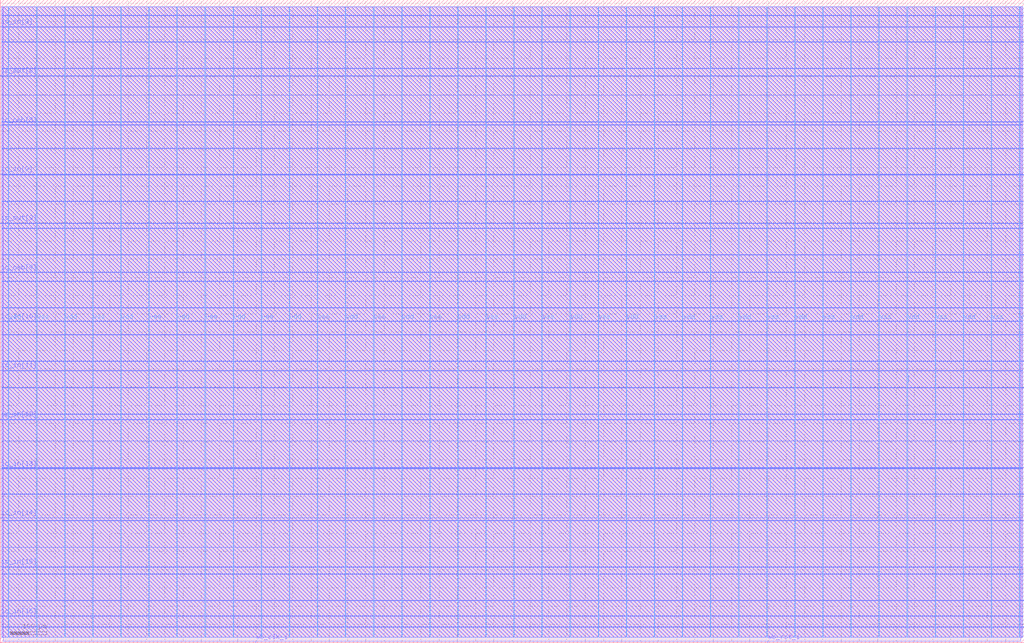
<source format=lef>
VERSION 5.7 ;
  NOWIREEXTENSIONATPIN ON ;
  DIVIDERCHAR "/" ;
  BUSBITCHARS "[]" ;
MACRO user_proj_example
  CLASS BLOCK ;
  FOREIGN user_proj_example ;
  ORIGIN 0.000 0.000 ;
  SIZE 2800.000 BY 1760.000 ;
  PIN io_in[0]
    DIRECTION INPUT ;
    USE SIGNAL ;
    ANTENNAGATEAREA 2.204000 ;
    ANTENNADIFFAREA 0.410400 ;
    PORT
      LAYER Metal3 ;
        RECT 2796.000 42.560 2800.000 43.120 ;
    END
  END io_in[0]
  PIN io_in[10]
    DIRECTION INPUT ;
    USE SIGNAL ;
    ANTENNAGATEAREA 3.555000 ;
    ANTENNADIFFAREA 0.410400 ;
    PORT
      LAYER Metal3 ;
        RECT 0.000 879.200 4.000 879.760 ;
    END
  END io_in[10]
  PIN io_in[11]
    DIRECTION INPUT ;
    USE SIGNAL ;
    ANTENNAGATEAREA 3.555000 ;
    ANTENNADIFFAREA 0.410400 ;
    PORT
      LAYER Metal3 ;
        RECT 0.000 744.800 4.000 745.360 ;
    END
  END io_in[11]
  PIN io_in[12]
    DIRECTION INPUT ;
    USE SIGNAL ;
    ANTENNAGATEAREA 4.408000 ;
    ANTENNADIFFAREA 0.410400 ;
    PORT
      LAYER Metal3 ;
        RECT 0.000 610.400 4.000 610.960 ;
    END
  END io_in[12]
  PIN io_in[13]
    DIRECTION INPUT ;
    USE SIGNAL ;
    ANTENNAGATEAREA 4.408000 ;
    ANTENNADIFFAREA 0.410400 ;
    PORT
      LAYER Metal3 ;
        RECT 0.000 476.000 4.000 476.560 ;
    END
  END io_in[13]
  PIN io_in[14]
    DIRECTION INPUT ;
    USE SIGNAL ;
    ANTENNAGATEAREA 3.555000 ;
    ANTENNADIFFAREA 0.410400 ;
    PORT
      LAYER Metal3 ;
        RECT 0.000 341.600 4.000 342.160 ;
    END
  END io_in[14]
  PIN io_in[15]
    DIRECTION INPUT ;
    USE SIGNAL ;
    ANTENNAGATEAREA 3.555000 ;
    ANTENNADIFFAREA 0.410400 ;
    PORT
      LAYER Metal3 ;
        RECT 0.000 207.200 4.000 207.760 ;
    END
  END io_in[15]
  PIN io_in[16]
    DIRECTION INPUT ;
    USE SIGNAL ;
    ANTENNAGATEAREA 3.555000 ;
    ANTENNADIFFAREA 0.410400 ;
    PORT
      LAYER Metal3 ;
        RECT 0.000 72.800 4.000 73.360 ;
    END
  END io_in[16]
  PIN io_in[1]
    DIRECTION INPUT ;
    USE SIGNAL ;
    ANTENNAGATEAREA 1.183000 ;
    ANTENNADIFFAREA 0.410400 ;
    PORT
      LAYER Metal3 ;
        RECT 2796.000 260.960 2800.000 261.520 ;
    END
  END io_in[1]
  PIN io_in[2]
    DIRECTION INPUT ;
    USE SIGNAL ;
    ANTENNAGATEAREA 1.102000 ;
    ANTENNADIFFAREA 0.410400 ;
    PORT
      LAYER Metal3 ;
        RECT 2796.000 479.360 2800.000 479.920 ;
    END
  END io_in[2]
  PIN io_in[3]
    DIRECTION INPUT ;
    USE SIGNAL ;
    ANTENNAGATEAREA 1.102000 ;
    ANTENNADIFFAREA 0.410400 ;
    PORT
      LAYER Metal3 ;
        RECT 2796.000 697.760 2800.000 698.320 ;
    END
  END io_in[3]
  PIN io_in[4]
    DIRECTION INPUT ;
    USE SIGNAL ;
    ANTENNAGATEAREA 1.102000 ;
    ANTENNADIFFAREA 0.410400 ;
    PORT
      LAYER Metal3 ;
        RECT 2796.000 916.160 2800.000 916.720 ;
    END
  END io_in[4]
  PIN io_in[5]
    DIRECTION INPUT ;
    USE SIGNAL ;
    ANTENNAGATEAREA 1.183000 ;
    ANTENNADIFFAREA 0.410400 ;
    PORT
      LAYER Metal3 ;
        RECT 2796.000 1134.560 2800.000 1135.120 ;
    END
  END io_in[5]
  PIN io_in[6]
    DIRECTION INPUT ;
    USE SIGNAL ;
    ANTENNAGATEAREA 1.102000 ;
    ANTENNADIFFAREA 0.410400 ;
    PORT
      LAYER Metal3 ;
        RECT 2796.000 1352.960 2800.000 1353.520 ;
    END
  END io_in[6]
  PIN io_in[7]
    DIRECTION INPUT ;
    USE SIGNAL ;
    ANTENNAGATEAREA 2.204000 ;
    ANTENNADIFFAREA 0.410400 ;
    PORT
      LAYER Metal3 ;
        RECT 2796.000 1571.360 2800.000 1571.920 ;
    END
  END io_in[7]
  PIN io_in[8]
    DIRECTION INPUT ;
    USE SIGNAL ;
    ANTENNAGATEAREA 6.612000 ;
    ANTENNADIFFAREA 0.410400 ;
    PORT
      LAYER Metal3 ;
        RECT 0.000 1685.600 4.000 1686.160 ;
    END
  END io_in[8]
  PIN io_in[9]
    DIRECTION INPUT ;
    USE SIGNAL ;
    ANTENNAGATEAREA 3.555000 ;
    ANTENNADIFFAREA 0.410400 ;
    PORT
      LAYER Metal3 ;
        RECT 0.000 1282.400 4.000 1282.960 ;
    END
  END io_in[9]
  PIN io_oeb[0]
    DIRECTION OUTPUT TRISTATE ;
    USE SIGNAL ;
    ANTENNADIFFAREA 0.360800 ;
    PORT
      LAYER Metal3 ;
        RECT 2796.000 188.160 2800.000 188.720 ;
    END
  END io_oeb[0]
  PIN io_oeb[1]
    DIRECTION OUTPUT TRISTATE ;
    USE SIGNAL ;
    ANTENNADIFFAREA 0.360800 ;
    PORT
      LAYER Metal3 ;
        RECT 2796.000 406.560 2800.000 407.120 ;
    END
  END io_oeb[1]
  PIN io_oeb[2]
    DIRECTION OUTPUT TRISTATE ;
    USE SIGNAL ;
    ANTENNADIFFAREA 0.360800 ;
    PORT
      LAYER Metal3 ;
        RECT 2796.000 624.960 2800.000 625.520 ;
    END
  END io_oeb[2]
  PIN io_oeb[3]
    DIRECTION OUTPUT TRISTATE ;
    USE SIGNAL ;
    ANTENNADIFFAREA 0.360800 ;
    PORT
      LAYER Metal3 ;
        RECT 2796.000 843.360 2800.000 843.920 ;
    END
  END io_oeb[3]
  PIN io_oeb[4]
    DIRECTION OUTPUT TRISTATE ;
    USE SIGNAL ;
    ANTENNADIFFAREA 0.360800 ;
    PORT
      LAYER Metal3 ;
        RECT 2796.000 1061.760 2800.000 1062.320 ;
    END
  END io_oeb[4]
  PIN io_oeb[5]
    DIRECTION OUTPUT TRISTATE ;
    USE SIGNAL ;
    ANTENNADIFFAREA 0.360800 ;
    PORT
      LAYER Metal3 ;
        RECT 2796.000 1280.160 2800.000 1280.720 ;
    END
  END io_oeb[5]
  PIN io_oeb[6]
    DIRECTION OUTPUT TRISTATE ;
    USE SIGNAL ;
    ANTENNADIFFAREA 0.360800 ;
    PORT
      LAYER Metal3 ;
        RECT 2796.000 1498.560 2800.000 1499.120 ;
    END
  END io_oeb[6]
  PIN io_oeb[7]
    DIRECTION OUTPUT TRISTATE ;
    USE SIGNAL ;
    ANTENNADIFFAREA 0.360800 ;
    PORT
      LAYER Metal3 ;
        RECT 2796.000 1716.960 2800.000 1717.520 ;
    END
  END io_oeb[7]
  PIN io_oeb[8]
    DIRECTION OUTPUT TRISTATE ;
    USE SIGNAL ;
    ANTENNADIFFAREA 0.360800 ;
    PORT
      LAYER Metal3 ;
        RECT 0.000 1416.800 4.000 1417.360 ;
    END
  END io_oeb[8]
  PIN io_oeb[9]
    DIRECTION OUTPUT TRISTATE ;
    USE SIGNAL ;
    ANTENNADIFFAREA 0.360800 ;
    PORT
      LAYER Metal3 ;
        RECT 0.000 1013.600 4.000 1014.160 ;
    END
  END io_oeb[9]
  PIN io_out[0]
    DIRECTION OUTPUT TRISTATE ;
    USE SIGNAL ;
    ANTENNADIFFAREA 4.731200 ;
    PORT
      LAYER Metal3 ;
        RECT 2796.000 115.360 2800.000 115.920 ;
    END
  END io_out[0]
  PIN io_out[1]
    DIRECTION OUTPUT TRISTATE ;
    USE SIGNAL ;
    ANTENNADIFFAREA 4.731200 ;
    PORT
      LAYER Metal3 ;
        RECT 2796.000 333.760 2800.000 334.320 ;
    END
  END io_out[1]
  PIN io_out[2]
    DIRECTION OUTPUT TRISTATE ;
    USE SIGNAL ;
    ANTENNADIFFAREA 4.731200 ;
    PORT
      LAYER Metal3 ;
        RECT 2796.000 552.160 2800.000 552.720 ;
    END
  END io_out[2]
  PIN io_out[3]
    DIRECTION OUTPUT TRISTATE ;
    USE SIGNAL ;
    ANTENNADIFFAREA 4.731200 ;
    PORT
      LAYER Metal3 ;
        RECT 2796.000 770.560 2800.000 771.120 ;
    END
  END io_out[3]
  PIN io_out[4]
    DIRECTION OUTPUT TRISTATE ;
    USE SIGNAL ;
    ANTENNADIFFAREA 4.731200 ;
    PORT
      LAYER Metal3 ;
        RECT 2796.000 988.960 2800.000 989.520 ;
    END
  END io_out[4]
  PIN io_out[5]
    DIRECTION OUTPUT TRISTATE ;
    USE SIGNAL ;
    ANTENNADIFFAREA 4.731200 ;
    PORT
      LAYER Metal3 ;
        RECT 2796.000 1207.360 2800.000 1207.920 ;
    END
  END io_out[5]
  PIN io_out[6]
    DIRECTION OUTPUT TRISTATE ;
    USE SIGNAL ;
    ANTENNADIFFAREA 4.731200 ;
    PORT
      LAYER Metal3 ;
        RECT 2796.000 1425.760 2800.000 1426.320 ;
    END
  END io_out[6]
  PIN io_out[7]
    DIRECTION OUTPUT TRISTATE ;
    USE SIGNAL ;
    ANTENNADIFFAREA 4.731200 ;
    PORT
      LAYER Metal3 ;
        RECT 2796.000 1644.160 2800.000 1644.720 ;
    END
  END io_out[7]
  PIN io_out[8]
    DIRECTION OUTPUT TRISTATE ;
    USE SIGNAL ;
    ANTENNADIFFAREA 4.731200 ;
    PORT
      LAYER Metal3 ;
        RECT 0.000 1551.200 4.000 1551.760 ;
    END
  END io_out[8]
  PIN io_out[9]
    DIRECTION OUTPUT TRISTATE ;
    USE SIGNAL ;
    ANTENNADIFFAREA 4.731200 ;
    PORT
      LAYER Metal3 ;
        RECT 0.000 1148.000 4.000 1148.560 ;
    END
  END io_out[9]
  PIN vdd
    DIRECTION INOUT ;
    USE POWER ;
    PORT
      LAYER Metal4 ;
        RECT 22.240 15.380 23.840 1740.780 ;
    END
    PORT
      LAYER Metal4 ;
        RECT 175.840 15.380 177.440 1740.780 ;
    END
    PORT
      LAYER Metal4 ;
        RECT 329.440 15.380 331.040 1740.780 ;
    END
    PORT
      LAYER Metal4 ;
        RECT 483.040 15.380 484.640 1740.780 ;
    END
    PORT
      LAYER Metal4 ;
        RECT 636.640 15.380 638.240 1740.780 ;
    END
    PORT
      LAYER Metal4 ;
        RECT 790.240 15.380 791.840 1740.780 ;
    END
    PORT
      LAYER Metal4 ;
        RECT 943.840 15.380 945.440 1740.780 ;
    END
    PORT
      LAYER Metal4 ;
        RECT 1097.440 15.380 1099.040 1740.780 ;
    END
    PORT
      LAYER Metal4 ;
        RECT 1251.040 15.380 1252.640 1740.780 ;
    END
    PORT
      LAYER Metal4 ;
        RECT 1404.640 15.380 1406.240 1740.780 ;
    END
    PORT
      LAYER Metal4 ;
        RECT 1558.240 15.380 1559.840 1740.780 ;
    END
    PORT
      LAYER Metal4 ;
        RECT 1711.840 15.380 1713.440 1740.780 ;
    END
    PORT
      LAYER Metal4 ;
        RECT 1865.440 15.380 1867.040 1740.780 ;
    END
    PORT
      LAYER Metal4 ;
        RECT 2019.040 15.380 2020.640 1740.780 ;
    END
    PORT
      LAYER Metal4 ;
        RECT 2172.640 15.380 2174.240 1740.780 ;
    END
    PORT
      LAYER Metal4 ;
        RECT 2326.240 15.380 2327.840 1740.780 ;
    END
    PORT
      LAYER Metal4 ;
        RECT 2479.840 15.380 2481.440 1740.780 ;
    END
    PORT
      LAYER Metal4 ;
        RECT 2633.440 15.380 2635.040 1740.780 ;
    END
    PORT
      LAYER Metal4 ;
        RECT 2787.040 15.380 2788.640 1740.780 ;
    END
  END vdd
  PIN vss
    DIRECTION INOUT ;
    USE GROUND ;
    PORT
      LAYER Metal4 ;
        RECT 99.040 15.380 100.640 1740.780 ;
    END
    PORT
      LAYER Metal4 ;
        RECT 252.640 15.380 254.240 1740.780 ;
    END
    PORT
      LAYER Metal4 ;
        RECT 406.240 15.380 407.840 1740.780 ;
    END
    PORT
      LAYER Metal4 ;
        RECT 559.840 15.380 561.440 1740.780 ;
    END
    PORT
      LAYER Metal4 ;
        RECT 713.440 15.380 715.040 1740.780 ;
    END
    PORT
      LAYER Metal4 ;
        RECT 867.040 15.380 868.640 1740.780 ;
    END
    PORT
      LAYER Metal4 ;
        RECT 1020.640 15.380 1022.240 1740.780 ;
    END
    PORT
      LAYER Metal4 ;
        RECT 1174.240 15.380 1175.840 1740.780 ;
    END
    PORT
      LAYER Metal4 ;
        RECT 1327.840 15.380 1329.440 1740.780 ;
    END
    PORT
      LAYER Metal4 ;
        RECT 1481.440 15.380 1483.040 1740.780 ;
    END
    PORT
      LAYER Metal4 ;
        RECT 1635.040 15.380 1636.640 1740.780 ;
    END
    PORT
      LAYER Metal4 ;
        RECT 1788.640 15.380 1790.240 1740.780 ;
    END
    PORT
      LAYER Metal4 ;
        RECT 1942.240 15.380 1943.840 1740.780 ;
    END
    PORT
      LAYER Metal4 ;
        RECT 2095.840 15.380 2097.440 1740.780 ;
    END
    PORT
      LAYER Metal4 ;
        RECT 2249.440 15.380 2251.040 1740.780 ;
    END
    PORT
      LAYER Metal4 ;
        RECT 2403.040 15.380 2404.640 1740.780 ;
    END
    PORT
      LAYER Metal4 ;
        RECT 2556.640 15.380 2558.240 1740.780 ;
    END
    PORT
      LAYER Metal4 ;
        RECT 2710.240 15.380 2711.840 1740.780 ;
    END
  END vss
  PIN wb_clk_i
    DIRECTION INPUT ;
    USE SIGNAL ;
    ANTENNAGATEAREA 4.738000 ;
    ANTENNADIFFAREA 0.410400 ;
    PORT
      LAYER Metal2 ;
        RECT 698.880 0.000 699.440 4.000 ;
    END
  END wb_clk_i
  PIN wb_rst_i
    DIRECTION INPUT ;
    USE SIGNAL ;
    ANTENNAGATEAREA 1.102000 ;
    ANTENNADIFFAREA 0.410400 ;
    PORT
      LAYER Metal2 ;
        RECT 2098.880 0.000 2099.440 4.000 ;
    END
  END wb_rst_i
  OBS
      LAYER Metal1 ;
        RECT 6.720 15.380 2793.280 1740.780 ;
      LAYER Metal2 ;
        RECT 8.540 4.300 2791.460 1740.670 ;
        RECT 8.540 4.000 698.580 4.300 ;
        RECT 699.740 4.000 2098.580 4.300 ;
        RECT 2099.740 4.000 2791.460 4.300 ;
      LAYER Metal3 ;
        RECT 4.000 1717.820 2796.000 1740.620 ;
        RECT 4.000 1716.660 2795.700 1717.820 ;
        RECT 4.000 1686.460 2796.000 1716.660 ;
        RECT 4.300 1685.300 2796.000 1686.460 ;
        RECT 4.000 1645.020 2796.000 1685.300 ;
        RECT 4.000 1643.860 2795.700 1645.020 ;
        RECT 4.000 1572.220 2796.000 1643.860 ;
        RECT 4.000 1571.060 2795.700 1572.220 ;
        RECT 4.000 1552.060 2796.000 1571.060 ;
        RECT 4.300 1550.900 2796.000 1552.060 ;
        RECT 4.000 1499.420 2796.000 1550.900 ;
        RECT 4.000 1498.260 2795.700 1499.420 ;
        RECT 4.000 1426.620 2796.000 1498.260 ;
        RECT 4.000 1425.460 2795.700 1426.620 ;
        RECT 4.000 1417.660 2796.000 1425.460 ;
        RECT 4.300 1416.500 2796.000 1417.660 ;
        RECT 4.000 1353.820 2796.000 1416.500 ;
        RECT 4.000 1352.660 2795.700 1353.820 ;
        RECT 4.000 1283.260 2796.000 1352.660 ;
        RECT 4.300 1282.100 2796.000 1283.260 ;
        RECT 4.000 1281.020 2796.000 1282.100 ;
        RECT 4.000 1279.860 2795.700 1281.020 ;
        RECT 4.000 1208.220 2796.000 1279.860 ;
        RECT 4.000 1207.060 2795.700 1208.220 ;
        RECT 4.000 1148.860 2796.000 1207.060 ;
        RECT 4.300 1147.700 2796.000 1148.860 ;
        RECT 4.000 1135.420 2796.000 1147.700 ;
        RECT 4.000 1134.260 2795.700 1135.420 ;
        RECT 4.000 1062.620 2796.000 1134.260 ;
        RECT 4.000 1061.460 2795.700 1062.620 ;
        RECT 4.000 1014.460 2796.000 1061.460 ;
        RECT 4.300 1013.300 2796.000 1014.460 ;
        RECT 4.000 989.820 2796.000 1013.300 ;
        RECT 4.000 988.660 2795.700 989.820 ;
        RECT 4.000 917.020 2796.000 988.660 ;
        RECT 4.000 915.860 2795.700 917.020 ;
        RECT 4.000 880.060 2796.000 915.860 ;
        RECT 4.300 878.900 2796.000 880.060 ;
        RECT 4.000 844.220 2796.000 878.900 ;
        RECT 4.000 843.060 2795.700 844.220 ;
        RECT 4.000 771.420 2796.000 843.060 ;
        RECT 4.000 770.260 2795.700 771.420 ;
        RECT 4.000 745.660 2796.000 770.260 ;
        RECT 4.300 744.500 2796.000 745.660 ;
        RECT 4.000 698.620 2796.000 744.500 ;
        RECT 4.000 697.460 2795.700 698.620 ;
        RECT 4.000 625.820 2796.000 697.460 ;
        RECT 4.000 624.660 2795.700 625.820 ;
        RECT 4.000 611.260 2796.000 624.660 ;
        RECT 4.300 610.100 2796.000 611.260 ;
        RECT 4.000 553.020 2796.000 610.100 ;
        RECT 4.000 551.860 2795.700 553.020 ;
        RECT 4.000 480.220 2796.000 551.860 ;
        RECT 4.000 479.060 2795.700 480.220 ;
        RECT 4.000 476.860 2796.000 479.060 ;
        RECT 4.300 475.700 2796.000 476.860 ;
        RECT 4.000 407.420 2796.000 475.700 ;
        RECT 4.000 406.260 2795.700 407.420 ;
        RECT 4.000 342.460 2796.000 406.260 ;
        RECT 4.300 341.300 2796.000 342.460 ;
        RECT 4.000 334.620 2796.000 341.300 ;
        RECT 4.000 333.460 2795.700 334.620 ;
        RECT 4.000 261.820 2796.000 333.460 ;
        RECT 4.000 260.660 2795.700 261.820 ;
        RECT 4.000 208.060 2796.000 260.660 ;
        RECT 4.300 206.900 2796.000 208.060 ;
        RECT 4.000 189.020 2796.000 206.900 ;
        RECT 4.000 187.860 2795.700 189.020 ;
        RECT 4.000 116.220 2796.000 187.860 ;
        RECT 4.000 115.060 2795.700 116.220 ;
        RECT 4.000 73.660 2796.000 115.060 ;
        RECT 4.300 72.500 2796.000 73.660 ;
        RECT 4.000 43.420 2796.000 72.500 ;
        RECT 4.000 42.260 2795.700 43.420 ;
        RECT 4.000 15.540 2796.000 42.260 ;
      LAYER Metal4 ;
        RECT 2482.060 714.090 2485.140 732.390 ;
  END
END user_proj_example
END LIBRARY


</source>
